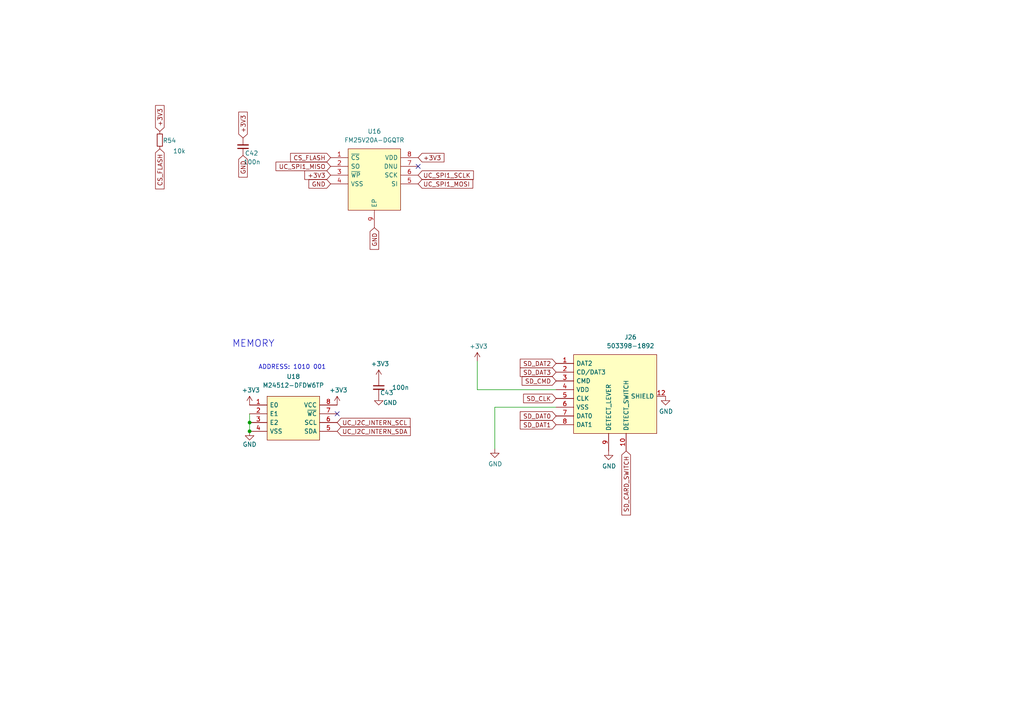
<source format=kicad_sch>
(kicad_sch (version 20211123) (generator eeschema)
  (paper "A4")
  (lib_symbols
    (symbol "Device:C_Small" (pin_numbers hide) (pin_names (offset 0.254) hide)
      (property "Reference" "C" (at 0.254 1.778 0))
      (property "Value" "C_Small" (at 0.254 -2.032 0))
      (symbol "C_Small_0_1"
        (polyline (pts (xy -1.524 -0.508) (xy 1.524 -0.508)) (stroke (width 0.3302)))
        (polyline (pts (xy -1.524 0.508) (xy 1.524 0.508)) (stroke (width 0.3048)))
      )
      (symbol "C_Small_1_1"
        (pin passive line (at 0 2.54 270) (length 2.032) (name "~") (number "1"))
        (pin passive line (at 0 -2.54 90) (length 2.032) (name "~") (number "2"))
      )
    )
    (symbol "Device:R_Small" (pin_numbers hide) (pin_names (offset 0.254) hide)
      (property "Reference" "R" (at 0.762 0.508 0))
      (property "Value" "R_Small" (at 0.762 -1.016 0))
      (symbol "R_Small_0_1"
        (rectangle (start -0.762 1.778) (end 0.762 -1.778) (stroke (width 0.2032)))
      )
      (symbol "R_Small_1_1"
        (pin passive line (at 0 2.54 270) (length 0.762) (name "~") (number "1"))
        (pin passive line (at 0 -2.54 90) (length 0.762) (name "~") (number "2"))
      )
    )
    (symbol "M24512-DFDW6TP_1" (pin_names (offset 0.762))
      (property "Reference" "U13" (at 12.7 7.62 0))
      (property "Value" "M24512-DFDW6TP_1" (at 12.7 5.08 0))
      (symbol "M24512-DFDW6TP_1_0_0"
        (pin input line (at 0 0 0) (length 5.08) (name "E0") (number "1"))
        (pin input line (at 0 -2.54 0) (length 5.08) (name "E1") (number "2"))
        (pin input line (at 0 -5.08 0) (length 5.08) (name "E2") (number "3"))
        (pin power_in line (at 0 -7.62 0) (length 5.08) (name "VSS") (number "4"))
        (pin bidirectional line (at 25.4 -7.62 180) (length 5.08) (name "SDA") (number "5"))
        (pin input line (at 25.4 -5.08 180) (length 5.08) (name "SCL") (number "6"))
        (pin input line (at 25.4 -2.54 180) (length 5.08) (name "~{WC}") (number "7"))
        (pin power_in line (at 25.4 0 180) (length 5.08) (name "VCC") (number "8"))
      )
      (symbol "M24512-DFDW6TP_1_0_1"
        (polyline (pts (xy 5.08 2.54) (xy 20.32 2.54) (xy 20.32 -10.16) (xy 5.08 -10.16) (xy 5.08 2.54)) (stroke (width 0.1524)) (fill (type background)))
      )
    )
    (symbol "SamacSys_Parts:FM25V20A-DGQTR" (pin_names (offset 0.762))
      (property "Reference" "U16" (at 12.7 8.255 0))
      (property "Value" "FM25V20A-DGQTR" (at 12.7 5.715 0))
      (symbol "FM25V20A-DGQTR_0_0"
        (pin passive line (at 0 0 0) (length 5.08) (name "~{CS}") (number "1"))
        (pin passive line (at 0 -2.54 0) (length 5.08) (name "SO") (number "2"))
        (pin passive line (at 0 -5.08 0) (length 5.08) (name "~{WP}") (number "3"))
        (pin passive line (at 0 -7.62 0) (length 5.08) (name "VSS") (number "4"))
        (pin passive line (at 25.4 -7.62 180) (length 5.08) (name "SI") (number "5"))
        (pin passive line (at 25.4 -5.08 180) (length 5.08) (name "SCK") (number "6"))
        (pin passive line (at 25.4 -2.54 180) (length 5.08) (name "DNU") (number "7"))
        (pin passive line (at 25.4 0 180) (length 5.08) (name "VDD") (number "8"))
        (pin passive line (at 12.7 -20.32 90) (length 5.08) (name "EP") (number "9"))
      )
      (symbol "FM25V20A-DGQTR_0_1"
        (polyline (pts (xy 5.08 2.54) (xy 20.32 2.54) (xy 20.32 -15.24) (xy 5.08 -15.24) (xy 5.08 2.54)) (stroke (width 0.1524)) (fill (type background)))
      )
    )
    (symbol "downloaded_parts:503398-1892" (pin_names (offset 0.762))
      (property "Reference" "J26" (at 21.59 7.62 0))
      (property "Value" "503398-1892" (at 21.59 5.08 0))
      (symbol "503398-1892_0_0"
        (pin passive line (at 0 0 0) (length 5.08) (name "DAT2") (number "1"))
        (pin passive line (at 20.32 -25.4 90) (length 5.08) (name "DETECT_SWITCH") (number "10"))
        (pin passive line (at 0 -2.54 0) (length 5.08) (name "CD/DAT3") (number "2"))
        (pin passive line (at 0 -5.08 0) (length 5.08) (name "CMD") (number "3"))
        (pin passive line (at 0 -7.62 0) (length 5.08) (name "VDD") (number "4"))
        (pin passive line (at 0 -10.16 0) (length 5.08) (name "CLK") (number "5"))
        (pin passive line (at 0 -12.7 0) (length 5.08) (name "VSS") (number "6"))
        (pin passive line (at 0 -15.24 0) (length 5.08) (name "DAT0") (number "7"))
        (pin passive line (at 0 -17.78 0) (length 5.08) (name "DAT1") (number "8"))
        (pin passive line (at 15.24 -25.4 90) (length 5.08) (name "DETECT_LEVER") (number "9"))
      )
      (symbol "503398-1892_0_1"
        (rectangle (start 5.08 2.54) (end 29.21 -20.32) (stroke (width 0.1524)) (fill (type background)))
      )
      (symbol "503398-1892_1_1"
        (pin input line (at 33.655 -30.48 180) (length 2.54) hide (name "SHIELD") (number "11"))
        (pin input line (at 31.75 -9.525 180) (length 2.54) (name "SHIELD") (number "12"))
        (pin input line (at 33.655 -24.765 180) (length 2.54) hide (name "SHIELD") (number "13"))
        (pin input line (at 34.29 -27.305 180) (length 2.54) hide (name "SHIELD") (number "14"))
      )
    )
    (symbol "power:+3V3" (power) (pin_names (offset 0))
      (property "Value" "+3V3" (at 0 3.556 0))
      (symbol "+3V3_0_1"
        (polyline (pts (xy -0.762 1.27) (xy 0 2.54)))
        (polyline (pts (xy 0 0) (xy 0 2.54)))
        (polyline (pts (xy 0 2.54) (xy 0.762 1.27)))
      )
      (symbol "+3V3_1_1"
        (pin power_in line (at 0 0 90) (length 0) hide (name "+3V3") (number "1"))
      )
    )
    (symbol "power:GND" (power) (pin_names (offset 0))
      (property "Value" "GND" (at 0 -3.81 0))
      (symbol "GND_0_1"
        (polyline (pts (xy 0 0) (xy 0 -1.27) (xy 1.27 -1.27) (xy 0 -2.54) (xy -1.27 -1.27) (xy 0 -1.27)))
      )
      (symbol "GND_1_1"
        (pin power_in line (at 0 0 270) (length 0) hide (name "GND") (number "1"))
      )
    )
  )
  (junction (at 72.39 125.095))
  (junction (at 72.39 122.555))
  (no_connect (at 97.79 120.015))
  (no_connect (at 121.285 48.26))
  (wire (pts (xy 143.51 118.11) (xy 161.29 118.11)))
  (wire (pts (xy 143.51 118.11) (xy 143.51 130.175)))
  (wire (pts (xy 72.39 122.555) (xy 72.39 125.095)))
  (wire (pts (xy 138.43 104.775) (xy 138.43 113.03)))
  (wire (pts (xy 161.29 113.03) (xy 138.43 113.03)))
  (wire (pts (xy 72.39 120.015) (xy 72.39 122.555)))
  (text "MEMORY" (at 67.31 100.965 0) (effects (font (size 2 2)) (justify left bottom)))
  (text "ADDRESS: 1010 001" (at 74.93 107.315 0) (effects (font (size 1.27 1.27)) (justify left bottom)))
  (global_label "GND" (shape input) (at 95.885 53.34 180) (property "Intersheet References" "${INTERSHEET_REFS}" (effects hide)))
  (global_label "GND" (shape input) (at 70.485 45.085 270) (property "Intersheet References" "${INTERSHEET_REFS}" (effects hide)))
  (global_label "SD_DAT3" (shape input) (at 161.29 107.95 180) (property "Intersheet References" "${INTERSHEET_REFS}" (effects hide)))
  (global_label "SD_DAT0" (shape input) (at 161.29 120.65 180) (property "Intersheet References" "${INTERSHEET_REFS}" (effects hide)))
  (global_label "UC_SPI1_MISO" (shape input) (at 95.885 48.26 180) (property "Intersheet References" "${INTERSHEET_REFS}" (effects hide)))
  (global_label "+3V3" (shape input) (at 121.285 45.72 0) (property "Intersheet References" "${INTERSHEET_REFS}" (effects hide)))
  (global_label "CS_FLASH" (shape input) (at 95.885 45.72 180) (property "Intersheet References" "${INTERSHEET_REFS}" (effects hide)))
  (global_label "SD_CARD_SWITCH" (shape input) (at 181.61 130.81 270) (property "Intersheet References" "${INTERSHEET_REFS}" (effects hide)))
  (global_label "SD_CMD" (shape input) (at 161.29 110.49 180) (property "Intersheet References" "${INTERSHEET_REFS}" (effects hide)))
  (global_label "UC_SPI1_MOSI" (shape input) (at 121.285 53.34 0) (property "Intersheet References" "${INTERSHEET_REFS}" (effects hide)))
  (global_label "+3V3" (shape input) (at 46.355 38.1 90) (property "Intersheet References" "${INTERSHEET_REFS}" (effects hide)))
  (global_label "SD_CLK" (shape input) (at 161.29 115.57 180) (property "Intersheet References" "${INTERSHEET_REFS}" (effects hide)))
  (global_label "UC_I2C_INTERN_SDA" (shape input) (at 97.79 125.095 0) (property "Intersheet References" "${INTERSHEET_REFS}" (effects hide)))
  (global_label "UC_I2C_INTERN_SCL" (shape input) (at 97.79 122.555 0) (property "Intersheet References" "${INTERSHEET_REFS}" (effects hide)))
  (global_label "CS_FLASH" (shape input) (at 46.355 43.18 270) (property "Intersheet References" "${INTERSHEET_REFS}" (effects hide)))
  (global_label "SD_DAT1" (shape input) (at 161.29 123.19 180) (property "Intersheet References" "${INTERSHEET_REFS}" (effects hide)))
  (global_label "UC_SPI1_SCLK" (shape input) (at 121.285 50.8 0) (property "Intersheet References" "${INTERSHEET_REFS}" (effects hide)))
  (global_label "GND" (shape input) (at 108.585 66.04 270) (property "Intersheet References" "${INTERSHEET_REFS}" (effects hide)))
  (global_label "SD_DAT2" (shape input) (at 161.29 105.41 180) (property "Intersheet References" "${INTERSHEET_REFS}" (effects hide)))
  (global_label "+3V3" (shape input) (at 95.885 50.8 180) (property "Intersheet References" "${INTERSHEET_REFS}" (effects hide)))
  (global_label "+3V3" (shape input) (at 70.485 40.005 90) (property "Intersheet References" "${INTERSHEET_REFS}" (effects hide)))
  (symbol (lib_name "M24512-DFDW6TP_1") (lib_id "downloaded_parts:M24512-DFDW6TP") (at 72.39 117.475 0) (unit 1)
    (property "Reference" "U18" (at 85.09 109.22 0))
    (property "Value" "M24512-DFDW6TP" (at 85.09 111.76 0))
    (property "Footprint" "downloaded_parts:SOP65P640X120-8N" (effects hide))
    (property "Datasheet" "https://www.arrow.com/en/products/m24512-dfdw6tp/stmicroelectronics" (effects hide))
    (property "Description" "EEPROM Serial-I2C 512K-bit 64K x 8 1.8V/2.5V/3.3V/5V 8-Pin TSSOP T/R" (effects hide))
    (property "Height" "1.2" (effects hide))
    (property "Mouser Part Number" "511-M24512-DFDW6TP" (effects hide))
    (property "Mouser Price/Stock" "https://www.mouser.co.uk/ProductDetail/STMicroelectronics/M24512-DFDW6TP?qs=gNDSiZmRJS9C0LA%252B72O%2FCg%3D%3D" (effects hide))
    (property "Manufacturer_Name" "STMicroelectronics" (effects hide))
    (property "Manufacturer_Part_Number" "M24512-DFDW6TP" (effects hide))
  )
  (symbol (lib_id "downloaded_parts:503398-1892") (at 161.29 105.41 0) (unit 1)
    (property "Reference" "J26" (at 182.88 97.79 0))
    (property "Value" "503398-1892" (at 182.88 100.33 0))
    (property "Footprint" "downloaded_parts:503398-1892" (effects hide))
    (property "Datasheet" "http://www.molex.com/webdocs/datasheets/pdf/en-us//5033981892_MEMORY_CARD_SOCKET.pdf" (effects hide))
    (property "Description" "MicroSD SMT Push-Push 1.28mm height MicroSD SMT Push-Push 1.28mm height" (effects hide))
    (property "Mouser Part Number" "538-503398-1892" (effects hide))
    (property "Mouser Price/Stock" "https://www.mouser.co.uk/ProductDetail/Molex/503398-1892?qs=b0v8CoHHvSMxV%252BW12iKaSg%3D%3D" (effects hide))
    (property "Manufacturer_Name" "Molex" (effects hide))
    (property "Manufacturer_Part_Number" "503398-1892" (effects hide))
  )
  (symbol (lib_id "power:GND") (at 72.39 125.095 0) (unit 1)
    (property "Reference" "#PWR0119" (effects hide))
    (property "Value" "GND" (at 72.39 128.905 0))
  )
  (symbol (lib_id "power:+3V3") (at 109.855 109.855 0) (unit 1)
    (property "Reference" "#PWR0136" (effects hide))
    (property "Value" "+3V3" (at 110.2233 105.5306 0))
  )
  (symbol (lib_id "power:GND") (at 176.53 130.81 0) (unit 1)
    (property "Reference" "#PWR0151" (effects hide))
    (property "Value" "GND" (at 176.657 135.2042 0))
  )
  (symbol (lib_id "Device:C_Small") (at 109.855 112.395 0) (unit 1)
    (property "Reference" "C43" (at 110.236 113.9189 0) (effects (justify left)))
    (property "Value" "100n" (at 113.665 112.395 0) (effects (justify left)))
    (property "Footprint" "Capacitor_SMD:C_0603_1608Metric" (effects hide))
  )
  (symbol (lib_id "power:GND") (at 109.855 114.935 0) (unit 1)
    (property "Reference" "#PWR0137" (effects hide))
    (property "Value" "GND" (at 113.157 116.7892 0))
  )
  (symbol (lib_id "Device:R_Small") (at 46.355 40.64 0) (unit 1)
    (property "Reference" "R54" (at 47.2187 40.7606 0) (effects (justify left)))
    (property "Value" "10k" (at 50.165 43.815 0) (effects (justify left)))
    (property "Footprint" "Resistor_SMD:R_0603_1608Metric" (effects hide))
  )
  (symbol (lib_id "power:+3V3") (at 138.43 104.775 0) (unit 1)
    (property "Reference" "#PWR0145" (effects hide))
    (property "Value" "+3V3" (at 138.7983 100.4506 0))
  )
  (symbol (lib_id "SamacSys_Parts:FM25V20A-DGQTR") (at 95.885 45.72 0) (unit 1)
    (property "Reference" "U16" (at 108.585 38.1 0))
    (property "Value" "FM25V20A-DGQTR" (at 108.585 40.64 0))
    (property "Footprint" "downloaded_parts:SON127P600X500X80-9N" (effects hide))
    (property "Datasheet" "http://www.cypress.com/file/136076/download" (effects hide))
    (property "Description" "F-RAM F-RAM Memory Serial" (effects hide))
    (property "Height" "0.8" (effects hide))
    (property "Mouser Part Number" "727-FM25V20A-DGQTR" (effects hide))
    (property "Mouser Price/Stock" "https://www.mouser.co.uk/ProductDetail/Cypress-Semiconductor/FM25V20A-DGQTR?qs=3Bi3m9r5MQaAAGOKvDXXuw%3D%3D" (effects hide))
    (property "Manufacturer_Name" "Cypress Semiconductor" (effects hide))
    (property "Manufacturer_Part_Number" "FM25V20A-DGQTR" (effects hide))
  )
  (symbol (lib_id "power:GND") (at 193.04 114.935 0) (unit 1)
    (property "Reference" "#PWR0155" (effects hide))
    (property "Value" "GND" (at 193.167 119.3292 0))
  )
  (symbol (lib_id "Device:C_Small") (at 70.485 42.545 180) (unit 1)
    (property "Reference" "C42" (at 74.93 44.45 0) (effects (justify left)))
    (property "Value" "100n" (at 75.565 46.99 0) (effects (justify left)))
    (property "Footprint" "Capacitor_SMD:C_0603_1608Metric" (effects hide))
  )
  (symbol (lib_id "power:GND") (at 143.51 130.175 0) (unit 1)
    (property "Reference" "#PWR0146" (effects hide))
    (property "Value" "GND" (at 143.637 134.5692 0))
  )
  (symbol (lib_id "power:+3V3") (at 72.39 117.475 0) (unit 1)
    (property "Reference" "#PWR0118" (effects hide))
    (property "Value" "+3V3" (at 72.7583 113.1506 0))
  )
  (symbol (lib_id "power:+3V3") (at 97.79 117.475 0) (unit 1)
    (property "Reference" "#PWR0132" (effects hide))
    (property "Value" "+3V3" (at 98.1583 113.1506 0))
  )
)
</source>
